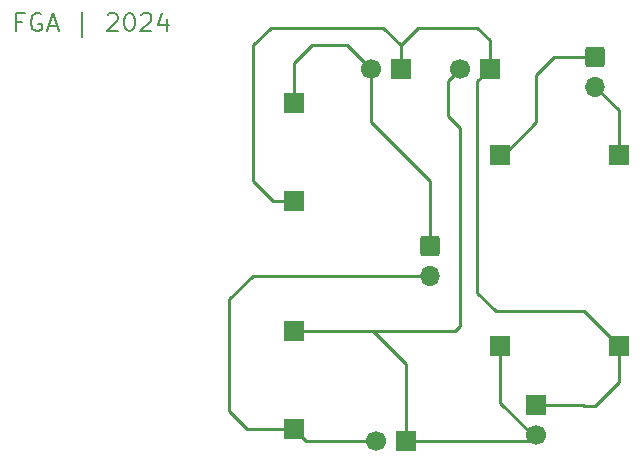
<source format=gbr>
%TF.GenerationSoftware,KiCad,Pcbnew,8.0.1*%
%TF.CreationDate,2024-11-13T12:18:26-05:00*%
%TF.ProjectId,batteryPCBa,62617474-6572-4795-9043-42612e6b6963,rev?*%
%TF.SameCoordinates,Original*%
%TF.FileFunction,Copper,L1,Top*%
%TF.FilePolarity,Positive*%
%FSLAX46Y46*%
G04 Gerber Fmt 4.6, Leading zero omitted, Abs format (unit mm)*
G04 Created by KiCad (PCBNEW 8.0.1) date 2024-11-13 12:18:26*
%MOMM*%
%LPD*%
G01*
G04 APERTURE LIST*
G04 Aperture macros list*
%AMRoundRect*
0 Rectangle with rounded corners*
0 $1 Rounding radius*
0 $2 $3 $4 $5 $6 $7 $8 $9 X,Y pos of 4 corners*
0 Add a 4 corners polygon primitive as box body*
4,1,4,$2,$3,$4,$5,$6,$7,$8,$9,$2,$3,0*
0 Add four circle primitives for the rounded corners*
1,1,$1+$1,$2,$3*
1,1,$1+$1,$4,$5*
1,1,$1+$1,$6,$7*
1,1,$1+$1,$8,$9*
0 Add four rect primitives between the rounded corners*
20,1,$1+$1,$2,$3,$4,$5,0*
20,1,$1+$1,$4,$5,$6,$7,0*
20,1,$1+$1,$6,$7,$8,$9,0*
20,1,$1+$1,$8,$9,$2,$3,0*%
G04 Aperture macros list end*
%ADD10C,0.187500*%
%TA.AperFunction,NonConductor*%
%ADD11C,0.187500*%
%TD*%
%TA.AperFunction,ComponentPad*%
%ADD12R,1.700000X1.700000*%
%TD*%
%TA.AperFunction,ComponentPad*%
%ADD13C,1.700000*%
%TD*%
%TA.AperFunction,ComponentPad*%
%ADD14RoundRect,0.250000X-0.600000X0.600000X-0.600000X-0.600000X0.600000X-0.600000X0.600000X0.600000X0*%
%TD*%
%TA.AperFunction,ComponentPad*%
%ADD15O,1.700000X1.700000*%
%TD*%
%TA.AperFunction,Conductor*%
%ADD16C,0.254000*%
%TD*%
G04 APERTURE END LIST*
D10*
D11*
X33480497Y-22020964D02*
X32980497Y-22020964D01*
X32980497Y-22806678D02*
X32980497Y-21306678D01*
X32980497Y-21306678D02*
X33694783Y-21306678D01*
X35051926Y-21378107D02*
X34909069Y-21306678D01*
X34909069Y-21306678D02*
X34694783Y-21306678D01*
X34694783Y-21306678D02*
X34480497Y-21378107D01*
X34480497Y-21378107D02*
X34337640Y-21520964D01*
X34337640Y-21520964D02*
X34266211Y-21663821D01*
X34266211Y-21663821D02*
X34194783Y-21949535D01*
X34194783Y-21949535D02*
X34194783Y-22163821D01*
X34194783Y-22163821D02*
X34266211Y-22449535D01*
X34266211Y-22449535D02*
X34337640Y-22592392D01*
X34337640Y-22592392D02*
X34480497Y-22735250D01*
X34480497Y-22735250D02*
X34694783Y-22806678D01*
X34694783Y-22806678D02*
X34837640Y-22806678D01*
X34837640Y-22806678D02*
X35051926Y-22735250D01*
X35051926Y-22735250D02*
X35123354Y-22663821D01*
X35123354Y-22663821D02*
X35123354Y-22163821D01*
X35123354Y-22163821D02*
X34837640Y-22163821D01*
X35694783Y-22378107D02*
X36409069Y-22378107D01*
X35551926Y-22806678D02*
X36051926Y-21306678D01*
X36051926Y-21306678D02*
X36551926Y-22806678D01*
X38551925Y-23306678D02*
X38551925Y-21163821D01*
X40694782Y-21449535D02*
X40766210Y-21378107D01*
X40766210Y-21378107D02*
X40909068Y-21306678D01*
X40909068Y-21306678D02*
X41266210Y-21306678D01*
X41266210Y-21306678D02*
X41409068Y-21378107D01*
X41409068Y-21378107D02*
X41480496Y-21449535D01*
X41480496Y-21449535D02*
X41551925Y-21592392D01*
X41551925Y-21592392D02*
X41551925Y-21735250D01*
X41551925Y-21735250D02*
X41480496Y-21949535D01*
X41480496Y-21949535D02*
X40623353Y-22806678D01*
X40623353Y-22806678D02*
X41551925Y-22806678D01*
X42480496Y-21306678D02*
X42623353Y-21306678D01*
X42623353Y-21306678D02*
X42766210Y-21378107D01*
X42766210Y-21378107D02*
X42837639Y-21449535D01*
X42837639Y-21449535D02*
X42909067Y-21592392D01*
X42909067Y-21592392D02*
X42980496Y-21878107D01*
X42980496Y-21878107D02*
X42980496Y-22235250D01*
X42980496Y-22235250D02*
X42909067Y-22520964D01*
X42909067Y-22520964D02*
X42837639Y-22663821D01*
X42837639Y-22663821D02*
X42766210Y-22735250D01*
X42766210Y-22735250D02*
X42623353Y-22806678D01*
X42623353Y-22806678D02*
X42480496Y-22806678D01*
X42480496Y-22806678D02*
X42337639Y-22735250D01*
X42337639Y-22735250D02*
X42266210Y-22663821D01*
X42266210Y-22663821D02*
X42194781Y-22520964D01*
X42194781Y-22520964D02*
X42123353Y-22235250D01*
X42123353Y-22235250D02*
X42123353Y-21878107D01*
X42123353Y-21878107D02*
X42194781Y-21592392D01*
X42194781Y-21592392D02*
X42266210Y-21449535D01*
X42266210Y-21449535D02*
X42337639Y-21378107D01*
X42337639Y-21378107D02*
X42480496Y-21306678D01*
X43551924Y-21449535D02*
X43623352Y-21378107D01*
X43623352Y-21378107D02*
X43766210Y-21306678D01*
X43766210Y-21306678D02*
X44123352Y-21306678D01*
X44123352Y-21306678D02*
X44266210Y-21378107D01*
X44266210Y-21378107D02*
X44337638Y-21449535D01*
X44337638Y-21449535D02*
X44409067Y-21592392D01*
X44409067Y-21592392D02*
X44409067Y-21735250D01*
X44409067Y-21735250D02*
X44337638Y-21949535D01*
X44337638Y-21949535D02*
X43480495Y-22806678D01*
X43480495Y-22806678D02*
X44409067Y-22806678D01*
X45694781Y-21806678D02*
X45694781Y-22806678D01*
X45337638Y-21235250D02*
X44980495Y-22306678D01*
X44980495Y-22306678D02*
X45909066Y-22306678D01*
D12*
%TO.P,U1,1,Out-*%
%TO.N,Net-(J3-Pin_1)*%
X73950000Y-33250000D03*
%TO.P,U1,2,Out+*%
%TO.N,Net-(J3-Pin_2)*%
X84000000Y-33250000D03*
%TO.P,U1,3,IN-*%
%TO.N,GND*%
X73950000Y-49500000D03*
%TO.P,U1,4,IN+*%
%TO.N,+7.4V*%
X84000000Y-49500000D03*
%TD*%
%TO.P,TP4056Mod2,1,Bat+*%
%TO.N,GND*%
X56500000Y-48150000D03*
%TO.P,TP4056Mod2,2,Bat-*%
%TO.N,Net-(J5-Pin_2)*%
X56500000Y-56500000D03*
%TD*%
%TO.P,J4,1,Pin_1*%
%TO.N,+7.4V*%
X73040000Y-26000000D03*
D13*
%TO.P,J4,2,Pin_2*%
%TO.N,GND*%
X70500000Y-26000000D03*
%TD*%
D12*
%TO.P,J5,1,Pin_1*%
%TO.N,GND*%
X66000000Y-57500000D03*
D13*
%TO.P,J5,2,Pin_2*%
%TO.N,Net-(J5-Pin_2)*%
X63460000Y-57500000D03*
%TD*%
D12*
%TO.P,J1,1,Pin_1*%
%TO.N,+7.4V*%
X77000000Y-54460000D03*
D13*
%TO.P,J1,2,Pin_2*%
%TO.N,GND*%
X77000000Y-57000000D03*
%TD*%
D12*
%TO.P,TP4056Mod1,1,Bat-*%
%TO.N,Net-(J2-Pin_2)*%
X56500000Y-28850000D03*
%TO.P,TP4056Mod1,2,Bat+*%
%TO.N,+7.4V*%
X56500000Y-37200000D03*
%TD*%
D14*
%TO.P,J6,1,Pin_1*%
%TO.N,Net-(J2-Pin_2)*%
X68000000Y-41000000D03*
D15*
%TO.P,J6,2,Pin_2*%
%TO.N,Net-(J5-Pin_2)*%
X68000000Y-43500000D03*
%TD*%
D12*
%TO.P,J2,1,Pin_1*%
%TO.N,+7.4V*%
X65540000Y-26000000D03*
D13*
%TO.P,J2,2,Pin_2*%
%TO.N,Net-(J2-Pin_2)*%
X63000000Y-26000000D03*
%TD*%
D14*
%TO.P,J3,1,Pin_1*%
%TO.N,Net-(J3-Pin_1)*%
X82000000Y-25000000D03*
D15*
%TO.P,J3,2,Pin_2*%
%TO.N,Net-(J3-Pin_2)*%
X82000000Y-27500000D03*
%TD*%
D16*
%TO.N,+7.4V*%
X84000000Y-52500000D02*
X84000000Y-49500000D01*
X73554000Y-46500000D02*
X81000000Y-46500000D01*
X72000000Y-44946000D02*
X73554000Y-46500000D01*
X81000000Y-46500000D02*
X84000000Y-49500000D01*
X72000000Y-27040000D02*
X72000000Y-44946000D01*
X73040000Y-26000000D02*
X72000000Y-27040000D01*
%TO.N,GND*%
X76686000Y-57000000D02*
X77000000Y-57000000D01*
X73950000Y-54264000D02*
X76686000Y-57000000D01*
X73950000Y-49500000D02*
X73950000Y-54264000D01*
X66000000Y-57500000D02*
X76500000Y-57500000D01*
%TO.N,+7.4V*%
X80960000Y-54460000D02*
X77000000Y-54460000D01*
X81000000Y-54500000D02*
X80960000Y-54460000D01*
X82000000Y-54500000D02*
X81000000Y-54500000D01*
X84000000Y-52500000D02*
X82000000Y-54500000D01*
X53000000Y-35500000D02*
X53000000Y-24000000D01*
X73040000Y-23540000D02*
X72000000Y-22500000D01*
X54500000Y-22500000D02*
X64040000Y-22500000D01*
X54700000Y-37200000D02*
X53000000Y-35500000D01*
X64040000Y-22500000D02*
X65540000Y-24000000D01*
X65540000Y-23960000D02*
X65540000Y-24000000D01*
X65540000Y-24000000D02*
X65540000Y-26000000D01*
X53000000Y-24000000D02*
X54500000Y-22500000D01*
X56500000Y-37200000D02*
X54700000Y-37200000D01*
X67000000Y-22500000D02*
X65540000Y-23960000D01*
%TO.N,GND*%
X73950000Y-48950000D02*
X73950000Y-49500000D01*
%TO.N,+7.4V*%
X56500000Y-37200000D02*
X56500000Y-36500000D01*
X72000000Y-22500000D02*
X67000000Y-22500000D01*
X73040000Y-26000000D02*
X73040000Y-23540000D01*
%TO.N,GND*%
X56500000Y-48150000D02*
X60500000Y-48150000D01*
X63150000Y-48150000D02*
X66000000Y-51000000D01*
X60500000Y-48150000D02*
X63150000Y-48150000D01*
X66000000Y-51000000D02*
X66000000Y-57500000D01*
X70500000Y-31000000D02*
X70500000Y-47750000D01*
X70100000Y-48150000D02*
X60500000Y-48150000D01*
X70500000Y-47750000D02*
X70100000Y-48150000D01*
X69500000Y-27000000D02*
X69500000Y-30000000D01*
X76500000Y-57500000D02*
X77000000Y-57000000D01*
X69500000Y-30000000D02*
X70500000Y-31000000D01*
X70500000Y-26000000D02*
X69500000Y-27000000D01*
%TO.N,Net-(J2-Pin_2)*%
X63000000Y-30500000D02*
X63000000Y-26000000D01*
X63000000Y-26000000D02*
X61000000Y-24000000D01*
X68000000Y-41000000D02*
X68000000Y-35500000D01*
X61000000Y-24000000D02*
X58000000Y-24000000D01*
X68000000Y-35500000D02*
X63000000Y-30500000D01*
X56500000Y-25500000D02*
X56500000Y-28850000D01*
X58000000Y-24000000D02*
X56500000Y-25500000D01*
%TO.N,Net-(J3-Pin_1)*%
X74250000Y-33250000D02*
X73950000Y-33250000D01*
X77000000Y-30500000D02*
X74250000Y-33250000D01*
X78500000Y-25000000D02*
X77000000Y-26500000D01*
X82000000Y-25000000D02*
X78500000Y-25000000D01*
X77000000Y-26500000D02*
X77000000Y-30500000D01*
%TO.N,Net-(J3-Pin_2)*%
X84000000Y-29500000D02*
X82000000Y-27500000D01*
X84000000Y-33250000D02*
X84000000Y-29500000D01*
%TO.N,Net-(J5-Pin_2)*%
X68000000Y-43500000D02*
X53000000Y-43500000D01*
X51000000Y-55000000D02*
X52500000Y-56500000D01*
X63460000Y-57500000D02*
X57500000Y-57500000D01*
X53000000Y-43500000D02*
X51000000Y-45500000D01*
X52500000Y-56500000D02*
X56500000Y-56500000D01*
X57500000Y-57500000D02*
X56500000Y-56500000D01*
X51000000Y-45500000D02*
X51000000Y-55000000D01*
%TD*%
M02*

</source>
